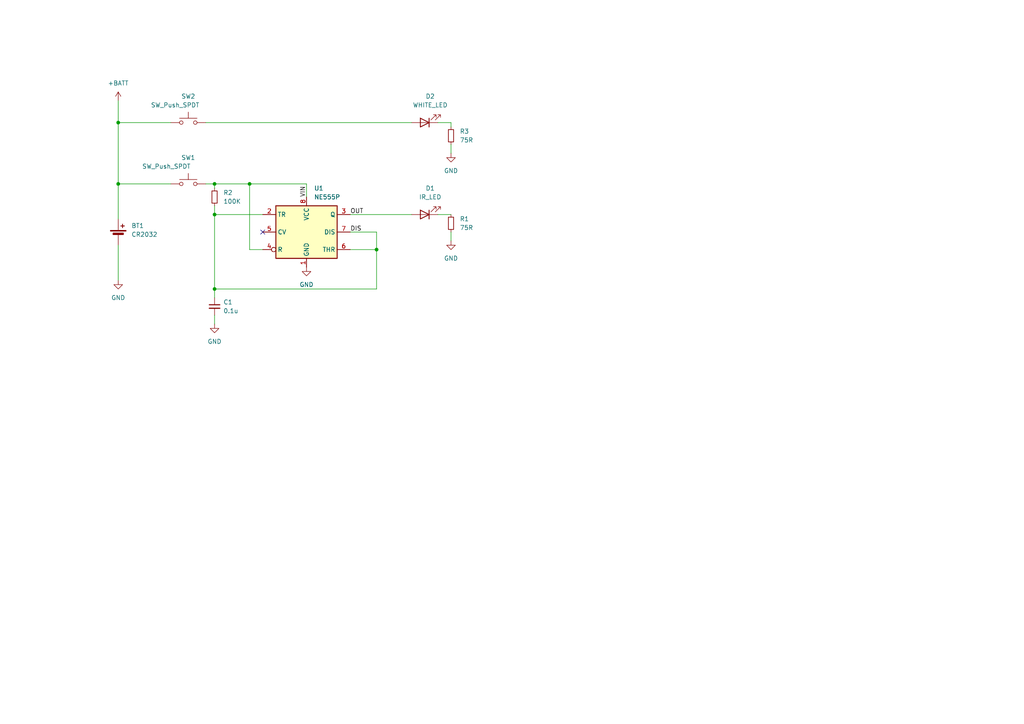
<source format=kicad_sch>
(kicad_sch (version 20230121) (generator eeschema)
  (paper "A4")
  (lib_symbols
    (symbol "Device:Battery_Cell" (pin_numbers hide) (pin_names (offset 0) hide)
      (property "Reference" "BT" (at 2.54 2.54 0))
      (property "Value" "Battery_Cell" (at 2.54 0 0))
      (symbol "Battery_Cell_0_1"
        (rectangle (start -2.286 1.778) (end 2.286 1.524) (fill (type outline)))
        (rectangle (start -1.524 1.016) (end 1.524 0.508) (fill (type outline)))
        (polyline (pts (xy 0 0.762) (xy 0 0)))
        (polyline (pts (xy 0 1.778) (xy 0 2.54)))
        (polyline (pts (xy 0.762 3.048) (xy 1.778 3.048)) (stroke (width 0.254)))
        (polyline (pts (xy 1.27 3.556) (xy 1.27 2.54)) (stroke (width 0.254)))
      )
      (symbol "Battery_Cell_1_1"
        (pin passive line (at 0 5.08 270) (length 2.54) (name "+") (number "1"))
        (pin passive line (at 0 -2.54 90) (length 2.54) (name "-") (number "2"))
      )
    )
    (symbol "Device:C_Small" (pin_numbers hide) (pin_names (offset 0.254) hide)
      (property "Reference" "C" (at 0.254 1.778 0))
      (property "Value" "C_Small" (at 0.254 -2.032 0))
      (symbol "C_Small_0_1"
        (polyline (pts (xy -1.524 -0.508) (xy 1.524 -0.508)) (stroke (width 0.3302)))
        (polyline (pts (xy -1.524 0.508) (xy 1.524 0.508)) (stroke (width 0.3048)))
      )
      (symbol "C_Small_1_1"
        (pin passive line (at 0 2.54 270) (length 2.032) (name "~") (number "1"))
        (pin passive line (at 0 -2.54 90) (length 2.032) (name "~") (number "2"))
      )
    )
    (symbol "Device:LED" (pin_numbers hide) (pin_names (offset 1.016) hide)
      (property "Reference" "D" (at 0 2.54 0))
      (property "Value" "LED" (at 0 -2.54 0))
      (symbol "LED_0_1"
        (polyline (pts (xy -1.27 -1.27) (xy -1.27 1.27)) (stroke (width 0.254)))
        (polyline (pts (xy -1.27 0) (xy 1.27 0)))
        (polyline (pts (xy 1.27 -1.27) (xy 1.27 1.27) (xy -1.27 0) (xy 1.27 -1.27)) (stroke (width 0.254)))
        (polyline (pts (xy -3.048 -0.762) (xy -4.572 -2.286) (xy -3.81 -2.286) (xy -4.572 -2.286) (xy -4.572 -1.524)))
        (polyline (pts (xy -1.778 -0.762) (xy -3.302 -2.286) (xy -2.54 -2.286) (xy -3.302 -2.286) (xy -3.302 -1.524)))
      )
      (symbol "LED_1_1"
        (pin passive line (at -3.81 0 0) (length 2.54) (name "K") (number "1"))
        (pin passive line (at 3.81 0 180) (length 2.54) (name "A") (number "2"))
      )
    )
    (symbol "Device:R_Small" (pin_numbers hide) (pin_names (offset 0.254) hide)
      (property "Reference" "R" (at 0.762 0.508 0))
      (property "Value" "R_Small" (at 0.762 -1.016 0))
      (symbol "R_Small_0_1"
        (rectangle (start -0.762 1.778) (end 0.762 -1.778) (stroke (width 0.2032)))
      )
      (symbol "R_Small_1_1"
        (pin passive line (at 0 2.54 270) (length 0.762) (name "~") (number "1"))
        (pin passive line (at 0 -2.54 90) (length 0.762) (name "~") (number "2"))
      )
    )
    (symbol "Switch:SW_Push" (pin_numbers hide) (pin_names (offset 1.016) hide)
      (property "Reference" "SW" (at 1.27 2.54 0))
      (property "Value" "SW_Push" (at 0 -1.524 0))
      (symbol "SW_Push_0_1"
        (circle (center -2.032 0) (radius 0.508))
        (polyline (pts (xy 0 1.27) (xy 0 3.048)))
        (polyline (pts (xy 2.54 1.27) (xy -2.54 1.27)))
        (circle (center 2.032 0) (radius 0.508))
        (pin passive line (at -5.08 0 0) (length 2.54) (name "1") (number "1"))
        (pin passive line (at 5.08 0 180) (length 2.54) (name "2") (number "2"))
      )
    )
    (symbol "Timer:NE555P"
      (property "Reference" "U" (at -10.16 8.89 0))
      (property "Value" "NE555P" (at 2.54 8.89 0))
      (symbol "NE555P_0_0"
        (pin power_in line (at 0 -10.16 90) (length 2.54) (name "GND") (number "1"))
        (pin power_in line (at 0 10.16 270) (length 2.54) (name "VCC") (number "8"))
      )
      (symbol "NE555P_0_1"
        (rectangle (start -8.89 -7.62) (end 8.89 7.62) (stroke (width 0.254)) (fill (type background)))
        (rectangle (start -8.89 -7.62) (end 8.89 7.62) (stroke (width 0.254)) (fill (type background)))
      )
      (symbol "NE555P_1_1"
        (pin input line (at -12.7 5.08 0) (length 3.81) (name "TR") (number "2"))
        (pin output line (at 12.7 5.08 180) (length 3.81) (name "Q") (number "3"))
        (pin input inverted (at -12.7 -5.08 0) (length 3.81) (name "R") (number "4"))
        (pin input line (at -12.7 0 0) (length 3.81) (name "CV") (number "5"))
        (pin input line (at 12.7 -5.08 180) (length 3.81) (name "THR") (number "6"))
        (pin input line (at 12.7 0 180) (length 3.81) (name "DIS") (number "7"))
      )
    )
    (symbol "power:+BATT" (power) (pin_names (offset 0))
      (property "Value" "+BATT" (at 0 3.556 0))
      (symbol "+BATT_0_1"
        (polyline (pts (xy -0.762 1.27) (xy 0 2.54)))
        (polyline (pts (xy 0 0) (xy 0 2.54)))
        (polyline (pts (xy 0 2.54) (xy 0.762 1.27)))
      )
      (symbol "+BATT_1_1"
        (pin power_in line (at 0 0 90) (length 0) hide (name "+BATT") (number "1"))
      )
    )
    (symbol "power:GND" (power) (pin_names (offset 0))
      (property "Value" "GND" (at 0 -3.81 0))
      (symbol "GND_0_1"
        (polyline (pts (xy 0 0) (xy 0 -1.27) (xy 1.27 -1.27) (xy 0 -2.54) (xy -1.27 -1.27) (xy 0 -1.27)))
      )
      (symbol "GND_1_1"
        (pin power_in line (at 0 0 270) (length 0) hide (name "GND") (number "1"))
      )
    )
  )
  (junction (at 34.29 53.34))
  (junction (at 62.23 53.34))
  (junction (at 62.23 83.82))
  (junction (at 34.29 35.56))
  (junction (at 109.22 72.39))
  (junction (at 62.23 62.23))
  (junction (at 72.39 53.34))
  (no_connect (at 76.2 67.31))
  (wire (pts (xy 72.39 53.34) (xy 72.39 72.39)))
  (wire (pts (xy 34.29 53.34) (xy 34.29 63.5)))
  (wire (pts (xy 62.23 62.23) (xy 62.23 83.82)))
  (wire (pts (xy 101.6 72.39) (xy 109.22 72.39)))
  (wire (pts (xy 101.6 67.31) (xy 109.22 67.31)))
  (wire (pts (xy 59.69 35.56) (xy 119.38 35.56)))
  (wire (pts (xy 62.23 83.82) (xy 62.23 86.36)))
  (wire (pts (xy 59.69 53.34) (xy 62.23 53.34)))
  (wire (pts (xy 101.6 62.23) (xy 119.38 62.23)))
  (wire (pts (xy 130.81 67.31) (xy 130.81 69.85)))
  (wire (pts (xy 34.29 29.21) (xy 34.29 35.56)))
  (wire (pts (xy 34.29 35.56) (xy 34.29 53.34)))
  (wire (pts (xy 127 35.56) (xy 130.81 35.56)))
  (wire (pts (xy 34.29 71.12) (xy 34.29 81.28)))
  (wire (pts (xy 34.29 35.56) (xy 49.53 35.56)))
  (wire (pts (xy 130.81 41.91) (xy 130.81 44.45)))
  (wire (pts (xy 72.39 53.34) (xy 88.9 53.34)))
  (wire (pts (xy 62.23 53.34) (xy 72.39 53.34)))
  (wire (pts (xy 62.23 53.34) (xy 62.23 54.61)))
  (wire (pts (xy 109.22 67.31) (xy 109.22 72.39)))
  (wire (pts (xy 62.23 83.82) (xy 109.22 83.82)))
  (wire (pts (xy 62.23 62.23) (xy 76.2 62.23)))
  (wire (pts (xy 127 62.23) (xy 130.81 62.23)))
  (wire (pts (xy 130.81 35.56) (xy 130.81 36.83)))
  (wire (pts (xy 88.9 57.15) (xy 88.9 53.34)))
  (wire (pts (xy 72.39 72.39) (xy 76.2 72.39)))
  (wire (pts (xy 109.22 72.39) (xy 109.22 83.82)))
  (wire (pts (xy 34.29 53.34) (xy 49.53 53.34)))
  (wire (pts (xy 62.23 91.44) (xy 62.23 93.98)))
  (wire (pts (xy 62.23 59.69) (xy 62.23 62.23)))
  (label "OUT" (at 101.6 62.23 0))
  (label "DIS" (at 101.6 67.31 0))
  (label "VIN" (at 88.9 57.15 90))
  (symbol (lib_id "Device:Battery_Cell") (at 34.29 68.58 0) (unit 1)
    (property "Reference" "BT1" (at 38.1 65.4685 0) (effects (justify left)))
    (property "Value" "CR2032" (at 38.1 68.0085 0) (effects (justify left)))
    (property "Footprint" "REB:REB_BatteryHolder_2032" (effects hide))
  )
  (symbol (lib_id "Switch:SW_Push") (at 54.61 35.56 0) (unit 1)
    (property "Reference" "SW2" (at 54.61 27.94 0))
    (property "Value" "SW_Push_SPDT" (at 50.8 30.48 0))
    (property "Footprint" "Button_Switch_THT:SW_PUSH_6mm" (effects hide))
  )
  (symbol (lib_id "Switch:SW_Push") (at 54.61 53.34 0) (unit 1)
    (property "Reference" "SW1" (at 54.61 45.72 0))
    (property "Value" "SW_Push_SPDT" (at 48.26 48.26 0))
    (property "Footprint" "Button_Switch_THT:SW_PUSH_6mm" (effects hide))
  )
  (symbol (lib_id "Timer:NE555P") (at 88.9 67.31 0) (unit 1)
    (property "Reference" "U1" (at 91.0941 54.61 0) (effects (justify left)))
    (property "Value" "NE555P" (at 91.0941 57.15 0) (effects (justify left)))
    (property "Footprint" "Package_DIP:DIP-8_W7.62mm" (effects hide))
    (property "Datasheet" "http://www.ti.com/lit/ds/symlink/ne555.pdf" (effects hide))
  )
  (symbol (lib_id "Device:C_Small") (at 62.23 88.9 0) (unit 1)
    (property "Reference" "C1" (at 64.77 87.6363 0) (effects (justify left)))
    (property "Value" "0.1u" (at 64.77 90.1763 0) (effects (justify left)))
    (property "Footprint" "Capacitor_THT:C_Disc_D5.0mm_W2.5mm_P2.50mm" (effects hide))
  )
  (symbol (lib_id "power:GND") (at 62.23 93.98 0) (unit 1)
    (property "Reference" "#PWR04" (effects hide))
    (property "Value" "GND" (at 62.23 99.06 0))
  )
  (symbol (lib_id "power:+BATT") (at 34.29 29.21 0) (unit 1)
    (property "Reference" "#PWR01" (effects hide))
    (property "Value" "+BATT" (at 34.29 24.13 0))
  )
  (symbol (lib_id "power:GND") (at 34.29 81.28 0) (unit 1)
    (property "Reference" "#PWR02" (effects hide))
    (property "Value" "GND" (at 34.29 86.36 0))
  )
  (symbol (lib_id "power:GND") (at 130.81 44.45 0) (unit 1)
    (property "Reference" "#PWR06" (effects hide))
    (property "Value" "GND" (at 130.81 49.53 0))
  )
  (symbol (lib_id "Device:R_Small") (at 62.23 57.15 0) (unit 1)
    (property "Reference" "R2" (at 64.77 55.88 0) (effects (justify left)))
    (property "Value" "100K" (at 64.77 58.42 0) (effects (justify left)))
    (property "Footprint" "Resistor_THT:R_Axial_DIN0207_L6.3mm_D2.5mm_P10.16mm_Horizontal" (effects hide))
  )
  (symbol (lib_id "Device:LED") (at 123.19 62.23 180) (unit 1)
    (property "Reference" "D1" (at 124.7775 54.61 0))
    (property "Value" "IR_LED" (at 124.7775 57.15 0))
    (property "Footprint" "LED_THT:LED_D5.0mm_Horizontal_O1.27mm_Z3.0mm" (effects hide))
  )
  (symbol (lib_id "Device:R_Small") (at 130.81 64.77 0) (unit 1)
    (property "Reference" "R1" (at 133.35 63.5 0) (effects (justify left)))
    (property "Value" "75R" (at 133.35 66.04 0) (effects (justify left)))
    (property "Footprint" "Resistor_THT:R_Axial_DIN0207_L6.3mm_D2.5mm_P10.16mm_Horizontal" (effects hide))
  )
  (symbol (lib_id "power:GND") (at 88.9 77.47 0) (unit 1)
    (property "Reference" "#PWR05" (effects hide))
    (property "Value" "GND" (at 88.9 82.55 0))
  )
  (symbol (lib_id "power:GND") (at 130.81 69.85 0) (unit 1)
    (property "Reference" "#PWR03" (effects hide))
    (property "Value" "GND" (at 130.81 74.93 0))
  )
  (symbol (lib_id "Device:R_Small") (at 130.81 39.37 0) (unit 1)
    (property "Reference" "R3" (at 133.35 38.1 0) (effects (justify left)))
    (property "Value" "75R" (at 133.35 40.64 0) (effects (justify left)))
    (property "Footprint" "Resistor_THT:R_Axial_DIN0207_L6.3mm_D2.5mm_P10.16mm_Horizontal" (effects hide))
  )
  (symbol (lib_id "Device:LED") (at 123.19 35.56 180) (unit 1)
    (property "Reference" "D2" (at 124.7775 27.94 0))
    (property "Value" "WHITE_LED" (at 124.7775 30.48 0))
    (property "Footprint" "LED_THT:LED_D5.0mm_Horizontal_O1.27mm_Z3.0mm" (effects hide))
  )
)
</source>
